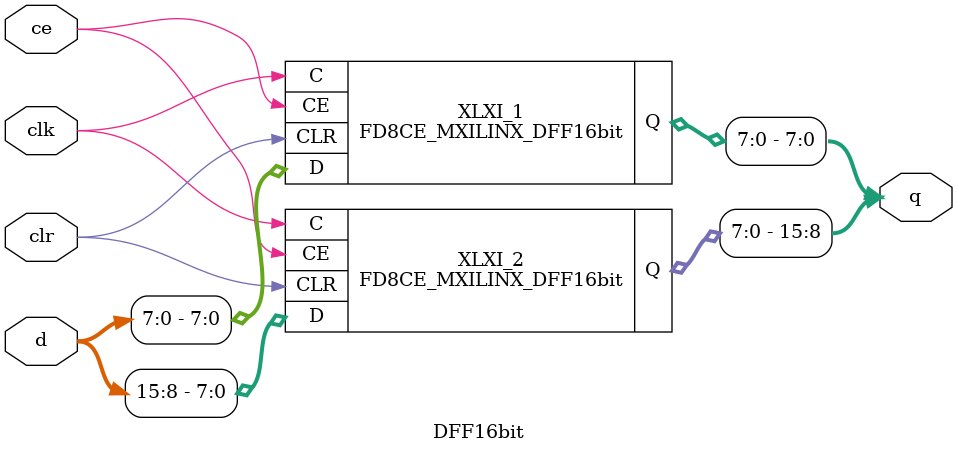
<source format=v>
`timescale 1ns / 1ps

module FD8CE_MXILINX_DFF16bit(C, 
                              CE, 
                              CLR, 
                              D, 
                              Q);

    input C;
    input CE;
    input CLR;
    input [7:0] D;
   output [7:0] Q;
   
   
   FDCE I_Q0 (.C(C), 
              .CE(CE), 
              .CLR(CLR), 
              .D(D[0]), 
              .Q(Q[0]));
   defparam I_Q0.INIT = 1'b0;
   FDCE I_Q1 (.C(C), 
              .CE(CE), 
              .CLR(CLR), 
              .D(D[1]), 
              .Q(Q[1]));
   defparam I_Q1.INIT = 1'b0;
   FDCE I_Q2 (.C(C), 
              .CE(CE), 
              .CLR(CLR), 
              .D(D[2]), 
              .Q(Q[2]));
   defparam I_Q2.INIT = 1'b0;
   FDCE I_Q3 (.C(C), 
              .CE(CE), 
              .CLR(CLR), 
              .D(D[3]), 
              .Q(Q[3]));
   defparam I_Q3.INIT = 1'b0;
   FDCE I_Q4 (.C(C), 
              .CE(CE), 
              .CLR(CLR), 
              .D(D[4]), 
              .Q(Q[4]));
   defparam I_Q4.INIT = 1'b0;
   FDCE I_Q5 (.C(C), 
              .CE(CE), 
              .CLR(CLR), 
              .D(D[5]), 
              .Q(Q[5]));
   defparam I_Q5.INIT = 1'b0;
   FDCE I_Q6 (.C(C), 
              .CE(CE), 
              .CLR(CLR), 
              .D(D[6]), 
              .Q(Q[6]));
   defparam I_Q6.INIT = 1'b0;
   FDCE I_Q7 (.C(C), 
              .CE(CE), 
              .CLR(CLR), 
              .D(D[7]), 
              .Q(Q[7]));
   defparam I_Q7.INIT = 1'b0;
endmodule
`timescale 1ns / 1ps

module DFF16bit(ce, 
                clk, 
                clr, 
                d, 
                q);

    input ce;
    input clk;
    input clr;
    input [15:0] d;
   output [15:0] q;
   
   
   FD8CE_MXILINX_DFF16bit XLXI_1 (.C(clk), 
                                  .CE(ce), 
                                  .CLR(clr), 
                                  .D(d[7:0]), 
                                  .Q(q[7:0]));
   // synthesis attribute HU_SET of XLXI_1 is "XLXI_1_0"
   FD8CE_MXILINX_DFF16bit XLXI_2 (.C(clk), 
                                  .CE(ce), 
                                  .CLR(clr), 
                                  .D(d[15:8]), 
                                  .Q(q[15:8]));
   // synthesis attribute HU_SET of XLXI_2 is "XLXI_2_1"
endmodule

</source>
